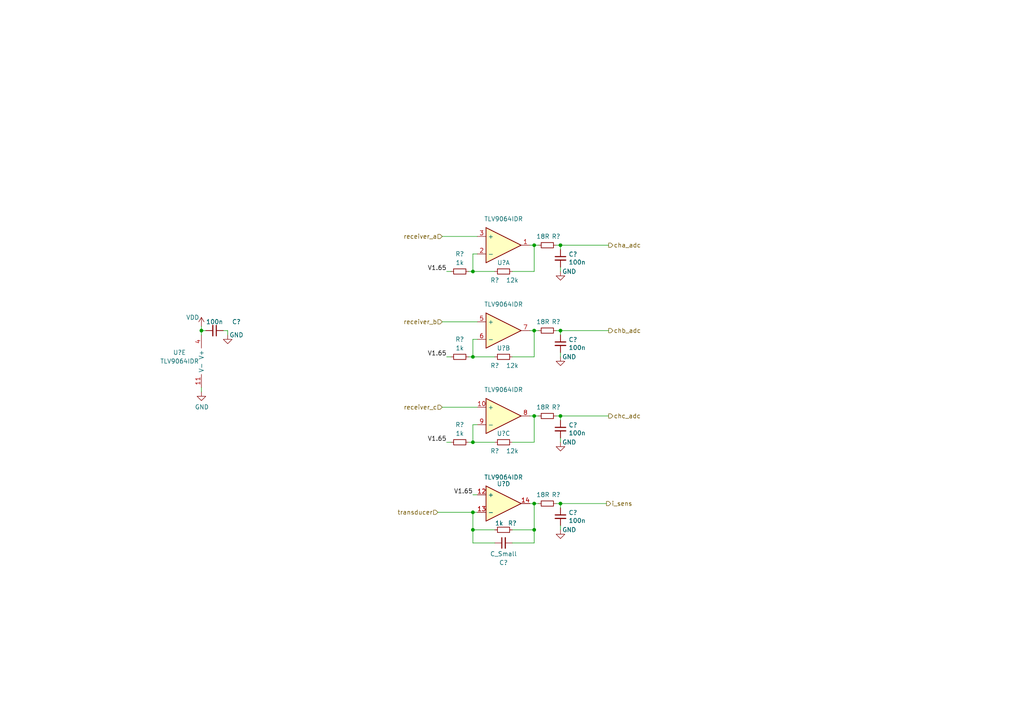
<source format=kicad_sch>
(kicad_sch (version 20211123) (generator eeschema)
  (paper "A4")
  (lib_symbols
    (symbol "Device:C_Small" (pin_numbers hide) (pin_names (offset 0.254) hide)
      (property "Reference" "C" (at 0.254 1.778 0))
      (property "Value" "C_Small" (at 0.254 -2.032 0))
      (symbol "C_Small_0_1"
        (polyline (pts (xy -1.524 -0.508) (xy 1.524 -0.508)) (stroke (width 0.3302)))
        (polyline (pts (xy -1.524 0.508) (xy 1.524 0.508)) (stroke (width 0.3048)))
      )
      (symbol "C_Small_1_1"
        (pin passive line (at 0 2.54 270) (length 2.032) (name "~") (number "1"))
        (pin passive line (at 0 -2.54 90) (length 2.032) (name "~") (number "2"))
      )
    )
    (symbol "Device:R_Small" (pin_numbers hide) (pin_names (offset 0.254) hide)
      (property "Reference" "R" (at 0.762 0.508 0))
      (property "Value" "R_Small" (at 0.762 -1.016 0))
      (symbol "R_Small_0_1"
        (rectangle (start -0.762 1.778) (end 0.762 -1.778) (stroke (width 0.2032)))
      )
      (symbol "R_Small_1_1"
        (pin passive line (at 0 2.54 270) (length 0.762) (name "~") (number "1"))
        (pin passive line (at 0 -2.54 90) (length 0.762) (name "~") (number "2"))
      )
    )
    (symbol "Flow-rescue:Opamp_Quad_Generic-Device"
      (property "Reference" "U" (at 0 5.08 0))
      (property "Value" "Opamp_Quad_Generic-Device" (at 0 -5.08 0))
      (symbol "Opamp_Quad_Generic-Device_1_1"
        (polyline (pts (xy -5.08 5.08) (xy 5.08 0) (xy -5.08 -5.08) (xy -5.08 5.08)) (stroke (width 0.254)) (fill (type background)))
        (pin output line (at 7.62 0 180) (length 2.54) (name "~") (number "1"))
        (pin input line (at -7.62 -2.54 0) (length 2.54) (name "-") (number "2"))
        (pin input line (at -7.62 2.54 0) (length 2.54) (name "+") (number "3"))
      )
      (symbol "Opamp_Quad_Generic-Device_2_1"
        (polyline (pts (xy -5.08 5.08) (xy 5.08 0) (xy -5.08 -5.08) (xy -5.08 5.08)) (stroke (width 0.254)) (fill (type background)))
        (pin input line (at -7.62 2.54 0) (length 2.54) (name "+") (number "5"))
        (pin input line (at -7.62 -2.54 0) (length 2.54) (name "-") (number "6"))
        (pin output line (at 7.62 0 180) (length 2.54) (name "~") (number "7"))
      )
      (symbol "Opamp_Quad_Generic-Device_3_1"
        (polyline (pts (xy -5.08 5.08) (xy 5.08 0) (xy -5.08 -5.08) (xy -5.08 5.08)) (stroke (width 0.254)) (fill (type background)))
        (pin input line (at -7.62 2.54 0) (length 2.54) (name "+") (number "10"))
        (pin output line (at 7.62 0 180) (length 2.54) (name "~") (number "8"))
        (pin input line (at -7.62 -2.54 0) (length 2.54) (name "-") (number "9"))
      )
      (symbol "Opamp_Quad_Generic-Device_4_1"
        (polyline (pts (xy -5.08 5.08) (xy 5.08 0) (xy -5.08 -5.08) (xy -5.08 5.08)) (stroke (width 0.254)) (fill (type background)))
        (pin input line (at -7.62 2.54 0) (length 2.54) (name "+") (number "12"))
        (pin input line (at -7.62 -2.54 0) (length 2.54) (name "-") (number "13"))
        (pin output line (at 7.62 0 180) (length 2.54) (name "~") (number "14"))
      )
      (symbol "Opamp_Quad_Generic-Device_5_1"
        (pin power_in line (at -2.54 -7.62 90) (length 3.81) (name "V-") (number "11"))
        (pin power_in line (at -2.54 7.62 270) (length 3.81) (name "V+") (number "4"))
      )
    )
    (symbol "power:GND" (power) (pin_names (offset 0))
      (property "Value" "GND" (at 0 -3.81 0))
      (symbol "GND_0_1"
        (polyline (pts (xy 0 0) (xy 0 -1.27) (xy 1.27 -1.27) (xy 0 -2.54) (xy -1.27 -1.27) (xy 0 -1.27)))
      )
      (symbol "GND_1_1"
        (pin power_in line (at 0 0 270) (length 0) hide (name "GND") (number "1"))
      )
    )
    (symbol "power:VDD" (power) (pin_names (offset 0))
      (property "Value" "VDD" (at 0 3.81 0))
      (symbol "VDD_0_1"
        (polyline (pts (xy -0.762 1.27) (xy 0 2.54)))
        (polyline (pts (xy 0 0) (xy 0 2.54)))
        (polyline (pts (xy 0 2.54) (xy 0.762 1.27)))
      )
      (symbol "VDD_1_1"
        (pin power_in line (at 0 0 90) (length 0) hide (name "VDD") (number "1"))
      )
    )
  )
  (junction (at 137.16 148.59))
  (junction (at 154.94 153.67))
  (junction (at 162.56 95.885))
  (junction (at 137.16 153.67))
  (junction (at 154.94 146.05))
  (junction (at 137.16 128.27))
  (junction (at 162.56 146.05))
  (junction (at 154.94 120.65))
  (junction (at 154.94 71.12))
  (junction (at 162.56 120.65))
  (junction (at 137.16 103.505))
  (junction (at 137.16 78.74))
  (junction (at 58.42 95.885))
  (junction (at 162.56 71.12))
  (junction (at 154.94 95.885))
  (wire (pts (xy 162.56 146.05) (xy 175.895 146.05)))
  (wire (pts (xy 148.59 103.505) (xy 154.94 103.505)))
  (wire (pts (xy 162.56 95.885) (xy 162.56 97.155)))
  (wire (pts (xy 154.94 71.12) (xy 153.67 71.12)))
  (wire (pts (xy 162.56 71.12) (xy 162.56 72.39)))
  (wire (pts (xy 137.16 103.505) (xy 135.89 103.505)))
  (wire (pts (xy 59.69 95.885) (xy 58.42 95.885)))
  (wire (pts (xy 58.42 94.615) (xy 58.42 95.885)))
  (wire (pts (xy 137.16 157.48) (xy 137.16 153.67)))
  (wire (pts (xy 154.94 146.05) (xy 156.21 146.05)))
  (wire (pts (xy 129.54 103.505) (xy 130.81 103.505)))
  (wire (pts (xy 137.16 128.27) (xy 135.89 128.27)))
  (wire (pts (xy 154.94 157.48) (xy 154.94 153.67)))
  (wire (pts (xy 154.94 120.65) (xy 153.67 120.65)))
  (wire (pts (xy 162.56 146.05) (xy 162.56 147.32)))
  (wire (pts (xy 143.51 103.505) (xy 137.16 103.505)))
  (wire (pts (xy 148.59 157.48) (xy 154.94 157.48)))
  (wire (pts (xy 148.59 78.74) (xy 154.94 78.74)))
  (wire (pts (xy 162.56 102.235) (xy 162.56 103.505)))
  (wire (pts (xy 162.56 120.65) (xy 162.56 121.92)))
  (wire (pts (xy 138.43 143.51) (xy 137.16 143.51)))
  (wire (pts (xy 154.94 103.505) (xy 154.94 95.885)))
  (wire (pts (xy 64.77 95.885) (xy 66.04 95.885)))
  (wire (pts (xy 127 148.59) (xy 137.16 148.59)))
  (wire (pts (xy 138.43 123.19) (xy 137.16 123.19)))
  (wire (pts (xy 128.27 68.58) (xy 138.43 68.58)))
  (wire (pts (xy 162.56 120.65) (xy 176.53 120.65)))
  (wire (pts (xy 129.54 128.27) (xy 130.81 128.27)))
  (wire (pts (xy 156.21 120.65) (xy 154.94 120.65)))
  (wire (pts (xy 161.29 120.65) (xy 162.56 120.65)))
  (wire (pts (xy 162.56 152.4) (xy 162.56 153.67)))
  (wire (pts (xy 128.27 93.345) (xy 138.43 93.345)))
  (wire (pts (xy 137.16 78.74) (xy 135.89 78.74)))
  (wire (pts (xy 154.94 78.74) (xy 154.94 71.12)))
  (wire (pts (xy 143.51 157.48) (xy 137.16 157.48)))
  (wire (pts (xy 128.27 118.11) (xy 138.43 118.11)))
  (wire (pts (xy 138.43 73.66) (xy 137.16 73.66)))
  (wire (pts (xy 161.29 71.12) (xy 162.56 71.12)))
  (wire (pts (xy 137.16 123.19) (xy 137.16 128.27)))
  (wire (pts (xy 162.56 71.12) (xy 176.53 71.12)))
  (wire (pts (xy 161.29 95.885) (xy 162.56 95.885)))
  (wire (pts (xy 58.42 112.395) (xy 58.42 113.665)))
  (wire (pts (xy 156.21 71.12) (xy 154.94 71.12)))
  (wire (pts (xy 154.94 153.67) (xy 154.94 146.05)))
  (wire (pts (xy 137.16 98.425) (xy 137.16 103.505)))
  (wire (pts (xy 148.59 128.27) (xy 154.94 128.27)))
  (wire (pts (xy 161.29 146.05) (xy 162.56 146.05)))
  (wire (pts (xy 154.94 95.885) (xy 153.67 95.885)))
  (wire (pts (xy 137.16 153.67) (xy 137.16 148.59)))
  (wire (pts (xy 154.94 128.27) (xy 154.94 120.65)))
  (wire (pts (xy 156.21 95.885) (xy 154.94 95.885)))
  (wire (pts (xy 58.42 95.885) (xy 58.42 97.155)))
  (wire (pts (xy 162.56 95.885) (xy 176.53 95.885)))
  (wire (pts (xy 162.56 77.47) (xy 162.56 78.74)))
  (wire (pts (xy 143.51 78.74) (xy 137.16 78.74)))
  (wire (pts (xy 137.16 148.59) (xy 138.43 148.59)))
  (wire (pts (xy 143.51 128.27) (xy 137.16 128.27)))
  (wire (pts (xy 143.51 153.67) (xy 137.16 153.67)))
  (wire (pts (xy 148.59 153.67) (xy 154.94 153.67)))
  (wire (pts (xy 129.54 78.74) (xy 130.81 78.74)))
  (wire (pts (xy 66.04 95.885) (xy 66.04 97.155)))
  (wire (pts (xy 137.16 73.66) (xy 137.16 78.74)))
  (wire (pts (xy 138.43 98.425) (xy 137.16 98.425)))
  (wire (pts (xy 154.94 146.05) (xy 153.67 146.05)))
  (wire (pts (xy 162.56 127) (xy 162.56 128.27)))
  (label "V1.65" (at 129.54 78.74 180))
  (label "V1.65" (at 137.16 143.51 180))
  (label "V1.65" (at 129.54 128.27 180))
  (label "V1.65" (at 129.54 103.505 180))
  (hierarchical_label "cha_adc" (shape output) (at 176.53 71.12 0))
  (hierarchical_label "receiver_c" (shape input) (at 128.27 118.11 180))
  (hierarchical_label "i_sens" (shape output) (at 175.895 146.05 0))
  (hierarchical_label "chb_adc" (shape output) (at 176.53 95.885 0))
  (hierarchical_label "transducer" (shape input) (at 127 148.59 180))
  (hierarchical_label "receiver_b" (shape input) (at 128.27 93.345 180))
  (hierarchical_label "receiver_a" (shape input) (at 128.27 68.58 180))
  (hierarchical_label "chc_adc" (shape output) (at 176.53 120.65 0))
  (symbol (lib_id "Device:R_Small") (at 158.75 120.65 270) (unit 1)
    (property "Reference" "R?" (at 161.29 118.11 90))
    (property "Value" "18R" (at 157.48 118.11 90))
    (property "Footprint" "Resistor_SMD:R_0603_1608Metric" (effects hide))
    (property "Link" "https://ozdisan.com/pasif-komponentler/direncler/smt-smd-ve-cip-direncler/0603SAF180JT5E" (effects hide))
    (property "Price" "0.00196" (effects hide))
  )
  (symbol (lib_id "Device:R_Small") (at 146.05 78.74 90) (unit 1)
    (property "Reference" "R?" (at 143.51 81.28 90))
    (property "Value" "12k" (at 148.59 81.28 90))
  )
  (symbol (lib_id "Device:R_Small") (at 133.35 103.505 90) (unit 1)
    (property "Reference" "R?" (at 133.35 98.425 90))
    (property "Value" "1k" (at 133.35 100.965 90))
  )
  (symbol (lib_id "Device:R_Small") (at 146.05 103.505 90) (unit 1)
    (property "Reference" "R?" (at 143.51 106.045 90))
    (property "Value" "12k" (at 148.59 106.045 90))
  )
  (symbol (lib_id "Flow-rescue:Opamp_Quad_Generic-Device") (at 146.05 146.05 0) (unit 4)
    (property "Reference" "U?" (at 146.05 140.335 0))
    (property "Value" "TLV9064IDR" (at 146.05 138.43 0))
    (property "Footprint" "Package_SO:SOIC-14_3.9x8.7mm_P1.27mm" (effects hide))
    (property "Link" "https://ozdisan.com/entegre-devreler-ics/lineer-entegreler/amplifikatorler/TLV9064IDR" (effects hide))
    (property "Price" "0.77646" (effects hide))
  )
  (symbol (lib_id "Device:R_Small") (at 146.05 128.27 90) (unit 1)
    (property "Reference" "R?" (at 143.51 130.81 90))
    (property "Value" "12k" (at 148.59 130.81 90))
  )
  (symbol (lib_id "Device:C_Small") (at 146.05 157.48 90) (mirror x) (unit 1)
    (property "Reference" "C?" (at 146.05 163.195 90))
    (property "Value" "C_Small" (at 146.05 160.655 90))
  )
  (symbol (lib_id "Device:C_Small") (at 162.56 124.46 0) (unit 1)
    (property "Reference" "C?" (at 164.8968 123.2916 0) (effects (justify left)))
    (property "Value" "100n" (at 164.8968 125.603 0) (effects (justify left)))
    (property "Footprint" "Capacitor_SMD:C_0603_1608Metric" (effects hide))
    (property "Link" "https://ozdisan.com/pasif-komponentler/kondansatorler/smt-smd-ve-mlcc-kondansatorler/CL10B104KB8NNND" (effects hide))
    (property "Price" "0.00499" (effects hide))
  )
  (symbol (lib_id "Device:R_Small") (at 158.75 95.885 270) (unit 1)
    (property "Reference" "R?" (at 161.29 93.345 90))
    (property "Value" "18R" (at 157.48 93.345 90))
    (property "Footprint" "Resistor_SMD:R_0603_1608Metric" (effects hide))
    (property "Link" "https://ozdisan.com/pasif-komponentler/direncler/smt-smd-ve-cip-direncler/0603SAF180JT5E" (effects hide))
    (property "Price" "0.00196" (effects hide))
  )
  (symbol (lib_id "Device:R_Small") (at 158.75 146.05 270) (unit 1)
    (property "Reference" "R?" (at 161.29 143.51 90))
    (property "Value" "18R" (at 157.48 143.51 90))
    (property "Footprint" "Resistor_SMD:R_0603_1608Metric" (effects hide))
    (property "Link" "https://ozdisan.com/pasif-komponentler/direncler/smt-smd-ve-cip-direncler/0603SAF180JT5E" (effects hide))
    (property "Price" "0.00196" (effects hide))
  )
  (symbol (lib_id "power:GND") (at 162.56 128.27 0) (unit 1)
    (property "Reference" "#PWR?" (effects hide))
    (property "Value" "GND" (at 165.1 128.27 0))
  )
  (symbol (lib_id "Flow-rescue:Opamp_Quad_Generic-Device") (at 55.88 104.775 0) (mirror y) (unit 5)
    (property "Reference" "U?" (at 52.07 102.235 0))
    (property "Value" "TLV9064IDR" (at 52.07 104.775 0))
    (property "Footprint" "Package_SO:SOIC-14_3.9x8.7mm_P1.27mm" (effects hide))
    (property "Link" "https://ozdisan.com/entegre-devreler-ics/lineer-entegreler/amplifikatorler/TLV9064IDR" (effects hide))
    (property "Price" "0.77646" (effects hide))
  )
  (symbol (lib_id "Flow-rescue:Opamp_Quad_Generic-Device") (at 146.05 95.885 0) (unit 2)
    (property "Reference" "U?" (at 146.05 100.965 0))
    (property "Value" "TLV9064IDR" (at 146.05 88.265 0))
    (property "Footprint" "Package_SO:SOIC-14_3.9x8.7mm_P1.27mm" (effects hide))
    (property "Link" "https://ozdisan.com/entegre-devreler-ics/lineer-entegreler/amplifikatorler/TLV9064IDR" (effects hide))
    (property "Price" "0.77646" (effects hide))
  )
  (symbol (lib_id "Flow-rescue:Opamp_Quad_Generic-Device") (at 146.05 71.12 0) (unit 1)
    (property "Reference" "U?" (at 146.05 76.2 0))
    (property "Value" "TLV9064IDR" (at 146.05 63.5 0))
    (property "Footprint" "Package_SO:SOIC-14_3.9x8.7mm_P1.27mm" (effects hide))
    (property "Link" "https://ozdisan.com/entegre-devreler-ics/lineer-entegreler/amplifikatorler/TLV9064IDR" (effects hide))
    (property "Price" "0.77646" (effects hide))
  )
  (symbol (lib_id "Device:R_Small") (at 133.35 78.74 90) (unit 1)
    (property "Reference" "R?" (at 133.35 73.66 90))
    (property "Value" "1k" (at 133.35 76.2 90))
  )
  (symbol (lib_id "power:GND") (at 162.56 103.505 0) (unit 1)
    (property "Reference" "#PWR?" (effects hide))
    (property "Value" "GND" (at 165.1 103.505 0))
  )
  (symbol (lib_id "Device:R_Small") (at 158.75 71.12 270) (unit 1)
    (property "Reference" "R?" (at 161.29 68.58 90))
    (property "Value" "18R" (at 157.48 68.58 90))
    (property "Footprint" "Resistor_SMD:R_0603_1608Metric" (effects hide))
    (property "Link" "https://ozdisan.com/pasif-komponentler/direncler/smt-smd-ve-cip-direncler/0603SAF180JT5E" (effects hide))
    (property "Price" "0.00196" (effects hide))
  )
  (symbol (lib_id "power:VDD") (at 58.42 94.615 0) (unit 1)
    (property "Reference" "#PWR?" (effects hide))
    (property "Value" "VDD" (at 55.88 92.075 0))
  )
  (symbol (lib_id "Flow-rescue:Opamp_Quad_Generic-Device") (at 146.05 120.65 0) (unit 3)
    (property "Reference" "U?" (at 146.05 125.73 0))
    (property "Value" "TLV9064IDR" (at 146.05 113.03 0))
    (property "Footprint" "Package_SO:SOIC-14_3.9x8.7mm_P1.27mm" (effects hide))
    (property "Link" "https://ozdisan.com/entegre-devreler-ics/lineer-entegreler/amplifikatorler/TLV9064IDR" (effects hide))
    (property "Price" "0.77646" (effects hide))
  )
  (symbol (lib_id "power:GND") (at 66.04 97.155 0) (unit 1)
    (property "Reference" "#PWR?" (effects hide))
    (property "Value" "GND" (at 68.58 97.155 0))
  )
  (symbol (lib_id "Device:C_Small") (at 162.56 149.86 0) (unit 1)
    (property "Reference" "C?" (at 164.8968 148.6916 0) (effects (justify left)))
    (property "Value" "100n" (at 164.8968 151.003 0) (effects (justify left)))
    (property "Footprint" "Capacitor_SMD:C_0603_1608Metric" (effects hide))
    (property "Link" "https://ozdisan.com/pasif-komponentler/kondansatorler/smt-smd-ve-mlcc-kondansatorler/CL10B104KB8NNND" (effects hide))
    (property "Price" "0.00499" (effects hide))
  )
  (symbol (lib_id "power:GND") (at 162.56 78.74 0) (unit 1)
    (property "Reference" "#PWR?" (effects hide))
    (property "Value" "GND" (at 165.1 78.74 0))
  )
  (symbol (lib_id "power:GND") (at 162.56 153.67 0) (unit 1)
    (property "Reference" "#PWR?" (effects hide))
    (property "Value" "GND" (at 165.1 153.67 0))
  )
  (symbol (lib_id "Device:R_Small") (at 146.05 153.67 270) (mirror x) (unit 1)
    (property "Reference" "R?" (at 148.59 151.765 90))
    (property "Value" "1k" (at 144.78 151.765 90))
    (property "Footprint" "Resistor_SMD:R_0603_1608Metric" (effects hide))
    (property "Link" "https://ozdisan.com/pasif-komponentler/direncler/smt-smd-ve-cip-direncler/0603SAF180JT5E" (effects hide))
    (property "Price" "0.00196" (effects hide))
  )
  (symbol (lib_id "Device:C_Small") (at 162.56 74.93 0) (unit 1)
    (property "Reference" "C?" (at 164.8968 73.7616 0) (effects (justify left)))
    (property "Value" "100n" (at 164.8968 76.073 0) (effects (justify left)))
    (property "Footprint" "Capacitor_SMD:C_0603_1608Metric" (effects hide))
    (property "Link" "https://ozdisan.com/pasif-komponentler/kondansatorler/smt-smd-ve-mlcc-kondansatorler/CL10B104KB8NNND" (effects hide))
    (property "Price" "0.00499" (effects hide))
  )
  (symbol (lib_id "power:GND") (at 58.42 113.665 0) (unit 1)
    (property "Reference" "#PWR?" (effects hide))
    (property "Value" "GND" (at 58.547 118.0592 0))
  )
  (symbol (lib_id "Device:C_Small") (at 162.56 99.695 0) (unit 1)
    (property "Reference" "C?" (at 164.8968 98.5266 0) (effects (justify left)))
    (property "Value" "100n" (at 164.8968 100.838 0) (effects (justify left)))
    (property "Footprint" "Capacitor_SMD:C_0603_1608Metric" (effects hide))
    (property "Link" "https://ozdisan.com/pasif-komponentler/kondansatorler/smt-smd-ve-mlcc-kondansatorler/CL10B104KB8NNND" (effects hide))
    (property "Price" "0.00499" (effects hide))
  )
  (symbol (lib_id "Device:R_Small") (at 133.35 128.27 90) (unit 1)
    (property "Reference" "R?" (at 133.35 123.19 90))
    (property "Value" "1k" (at 133.35 125.73 90))
  )
  (symbol (lib_id "Device:C_Small") (at 62.23 95.885 270) (unit 1)
    (property "Reference" "C?" (at 68.58 93.345 90))
    (property "Value" "100n" (at 62.23 93.345 90))
    (property "Footprint" "Capacitor_SMD:C_0603_1608Metric" (effects hide))
    (property "Link" "https://ozdisan.com/pasif-komponentler/kondansatorler/smt-smd-ve-mlcc-kondansatorler/CL10B104KB8NNND" (effects hide))
    (property "Price" "0.00499" (effects hide))
  )
)
</source>
